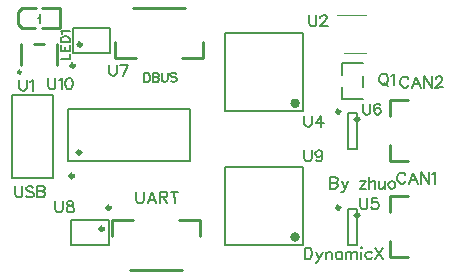
<source format=gto>
G04 Layer: TopSilkLayer*
G04 EasyEDA v6.4.20.6, 2021-08-10T23:17:12+08:00*
G04 038dca5a8d274e5a88e6f2799ec95489,d221c9f3c2774e99b69775551637dae4,10*
G04 Gerber Generator version 0.2*
G04 Scale: 100 percent, Rotated: No, Reflected: No *
G04 Dimensions in millimeters *
G04 leading zeros omitted , absolute positions ,4 integer and 5 decimal *
%FSLAX45Y45*%
%MOMM*%

%ADD10C,0.2540*%
%ADD11C,0.3000*%
%ADD12C,0.2000*%
%ADD41C,0.2030*%
%ADD42C,0.1524*%
%ADD43C,0.1200*%
%ADD44C,0.4000*%
%ADD45C,0.2032*%
%ADD46C,0.1270*%

%LPD*%
D45*
X2552700Y215137D02*
G01*
X2552700Y119634D01*
X2552700Y215137D02*
G01*
X2584450Y215137D01*
X2598165Y210565D01*
X2607309Y201676D01*
X2611881Y192531D01*
X2616454Y178815D01*
X2616454Y156210D01*
X2611881Y142494D01*
X2607309Y133350D01*
X2598165Y124205D01*
X2584450Y119634D01*
X2552700Y119634D01*
X2650997Y183387D02*
G01*
X2678175Y119634D01*
X2705354Y183387D02*
G01*
X2678175Y119634D01*
X2669031Y101600D01*
X2659888Y92455D01*
X2650997Y87884D01*
X2646425Y87884D01*
X2735325Y183387D02*
G01*
X2735325Y119634D01*
X2735325Y165100D02*
G01*
X2749041Y178815D01*
X2758186Y183387D01*
X2771902Y183387D01*
X2780791Y178815D01*
X2785363Y165100D01*
X2785363Y119634D01*
X2869945Y183387D02*
G01*
X2869945Y119634D01*
X2869945Y169671D02*
G01*
X2860802Y178815D01*
X2851911Y183387D01*
X2838195Y183387D01*
X2829052Y178815D01*
X2819908Y169671D01*
X2815336Y156210D01*
X2815336Y147065D01*
X2819908Y133350D01*
X2829052Y124205D01*
X2838195Y119634D01*
X2851911Y119634D01*
X2860802Y124205D01*
X2869945Y133350D01*
X2899918Y183387D02*
G01*
X2899918Y119634D01*
X2899918Y165100D02*
G01*
X2913634Y178815D01*
X2922777Y183387D01*
X2936240Y183387D01*
X2945384Y178815D01*
X2949956Y165100D01*
X2949956Y119634D01*
X2949956Y165100D02*
G01*
X2963672Y178815D01*
X2972815Y183387D01*
X2986277Y183387D01*
X2995422Y178815D01*
X2999993Y165100D01*
X2999993Y119634D01*
X3029965Y215137D02*
G01*
X3034538Y210565D01*
X3039109Y215137D01*
X3034538Y219710D01*
X3029965Y215137D01*
X3034538Y183387D02*
G01*
X3034538Y119634D01*
X3123691Y169671D02*
G01*
X3114547Y178815D01*
X3105404Y183387D01*
X3091688Y183387D01*
X3082797Y178815D01*
X3073654Y169671D01*
X3069081Y156210D01*
X3069081Y147065D01*
X3073654Y133350D01*
X3082797Y124205D01*
X3091688Y119634D01*
X3105404Y119634D01*
X3114547Y124205D01*
X3123691Y133350D01*
X3153663Y215137D02*
G01*
X3217163Y119634D01*
X3217163Y215137D02*
G01*
X3153663Y119634D01*
X2768600Y812037D02*
G01*
X2768600Y716534D01*
X2768600Y812037D02*
G01*
X2809493Y812037D01*
X2823209Y807465D01*
X2827781Y802894D01*
X2832354Y794004D01*
X2832354Y784860D01*
X2827781Y775715D01*
X2823209Y771144D01*
X2809493Y766571D01*
X2768600Y766571D02*
G01*
X2809493Y766571D01*
X2823209Y762000D01*
X2827781Y757681D01*
X2832354Y748537D01*
X2832354Y734821D01*
X2827781Y725678D01*
X2823209Y721105D01*
X2809493Y716534D01*
X2768600Y716534D01*
X2866897Y780287D02*
G01*
X2894075Y716534D01*
X2921254Y780287D02*
G01*
X2894075Y716534D01*
X2884931Y698500D01*
X2875788Y689355D01*
X2866897Y684784D01*
X2862325Y684784D01*
X3071368Y780287D02*
G01*
X3021329Y716534D01*
X3021329Y780287D02*
G01*
X3071368Y780287D01*
X3021329Y716534D02*
G01*
X3071368Y716534D01*
X3101340Y812037D02*
G01*
X3101340Y716534D01*
X3101340Y762000D02*
G01*
X3115056Y775715D01*
X3123945Y780287D01*
X3137661Y780287D01*
X3146806Y775715D01*
X3151377Y762000D01*
X3151377Y716534D01*
X3181350Y780287D02*
G01*
X3181350Y734821D01*
X3185922Y721105D01*
X3195065Y716534D01*
X3208527Y716534D01*
X3217672Y721105D01*
X3231388Y734821D01*
X3231388Y780287D02*
G01*
X3231388Y716534D01*
X3283965Y780287D02*
G01*
X3275075Y775715D01*
X3265931Y766571D01*
X3261359Y753110D01*
X3261359Y743965D01*
X3265931Y730250D01*
X3275075Y721105D01*
X3283965Y716534D01*
X3297681Y716534D01*
X3306825Y721105D01*
X3315970Y730250D01*
X3320541Y743965D01*
X3320541Y753110D01*
X3315970Y766571D01*
X3306825Y775715D01*
X3297681Y780287D01*
X3283965Y780287D01*
D46*
X3407072Y828474D02*
G01*
X3402627Y837557D01*
X3393361Y846317D01*
X3384153Y850762D01*
X3365868Y850508D01*
X3357041Y845812D01*
X3348022Y836795D01*
X3343579Y827587D01*
X3339198Y813810D01*
X3339515Y791204D01*
X3344278Y777554D01*
X3348977Y768477D01*
X3358248Y759460D01*
X3367201Y755012D01*
X3385487Y755269D01*
X3394565Y759968D01*
X3403582Y769238D01*
X3407770Y778441D01*
X3473300Y852007D02*
G01*
X3438314Y756005D01*
X3473300Y852007D02*
G01*
X3510950Y757019D01*
X3451326Y788195D02*
G01*
X3496790Y788830D01*
X3539586Y852934D02*
G01*
X3540920Y757438D01*
X3539586Y852934D02*
G01*
X3604668Y758329D01*
X3603335Y853823D02*
G01*
X3604668Y758329D01*
X3633556Y836208D02*
G01*
X3642380Y840905D01*
X3655908Y854557D01*
X3657241Y759063D01*
X3432472Y1641274D02*
G01*
X3428027Y1650357D01*
X3418761Y1659117D01*
X3409553Y1663562D01*
X3391268Y1663308D01*
X3382441Y1658612D01*
X3373422Y1649595D01*
X3368979Y1640387D01*
X3364598Y1626610D01*
X3364915Y1604004D01*
X3369678Y1590354D01*
X3374377Y1581277D01*
X3383648Y1572260D01*
X3392601Y1567812D01*
X3410887Y1568069D01*
X3419965Y1572768D01*
X3428982Y1582038D01*
X3433170Y1591241D01*
X3498700Y1664807D02*
G01*
X3463714Y1568805D01*
X3498700Y1664807D02*
G01*
X3536350Y1569819D01*
X3476726Y1600995D02*
G01*
X3522190Y1601630D01*
X3564986Y1665734D02*
G01*
X3566320Y1570238D01*
X3564986Y1665734D02*
G01*
X3630068Y1571129D01*
X3628735Y1666623D02*
G01*
X3630068Y1571129D01*
X3663589Y1644502D02*
G01*
X3663525Y1649074D01*
X3667719Y1658023D01*
X3672227Y1662658D01*
X3681308Y1667357D01*
X3699593Y1667614D01*
X3708547Y1663166D01*
X3713182Y1658658D01*
X3717876Y1649831D01*
X3718006Y1640690D01*
X3713561Y1631482D01*
X3704864Y1617644D01*
X3660035Y1571546D01*
X3723530Y1572432D01*
X490735Y1814972D02*
G01*
X567181Y1816039D01*
X567181Y1816039D02*
G01*
X566572Y1859724D01*
X489793Y1882528D02*
G01*
X566239Y1883597D01*
X489793Y1882528D02*
G01*
X489132Y1929770D01*
X526110Y1883036D02*
G01*
X525703Y1912244D01*
X566239Y1883597D02*
G01*
X565579Y1930836D01*
X488795Y1953897D02*
G01*
X565241Y1954964D01*
X488795Y1953897D02*
G01*
X488442Y1979295D01*
X491845Y1990265D01*
X499107Y1997732D01*
X506422Y2001390D01*
X517293Y2005098D01*
X535325Y2005350D01*
X546295Y2001949D01*
X553712Y1998494D01*
X561179Y1991232D01*
X564888Y1980361D01*
X565241Y1954964D01*
X502226Y2029020D02*
G01*
X498571Y2036084D01*
X487497Y2046851D01*
X563943Y2047918D01*
X443092Y608827D02*
G01*
X444042Y540763D01*
X448805Y527110D01*
X458076Y518096D01*
X471601Y513712D01*
X480743Y513839D01*
X494395Y518604D01*
X503410Y527875D01*
X507789Y541652D01*
X506839Y609719D01*
X559412Y610453D02*
G01*
X545762Y605688D01*
X541568Y596739D01*
X541695Y587595D01*
X546140Y578512D01*
X555348Y574070D01*
X573699Y569755D01*
X587222Y565370D01*
X596491Y556607D01*
X601190Y547530D01*
X601380Y533814D01*
X596938Y524609D01*
X592429Y519973D01*
X579033Y515213D01*
X560745Y514957D01*
X546968Y519338D01*
X542587Y523849D01*
X537888Y532927D01*
X537695Y546643D01*
X542140Y555851D01*
X550905Y564862D01*
X564555Y569625D01*
X582777Y574454D01*
X591604Y579147D01*
X596046Y588355D01*
X595919Y597499D01*
X591223Y606323D01*
X577700Y610707D01*
X559412Y610453D01*
X100192Y735827D02*
G01*
X101142Y667763D01*
X105905Y654110D01*
X115176Y645096D01*
X128701Y640712D01*
X137843Y640839D01*
X151495Y645604D01*
X160510Y654875D01*
X164889Y668652D01*
X163939Y736719D01*
X257591Y724562D02*
G01*
X248323Y733323D01*
X234800Y737707D01*
X216512Y737453D01*
X202862Y732688D01*
X194096Y723676D01*
X194223Y714532D01*
X198922Y705454D01*
X203304Y700943D01*
X212511Y696498D01*
X240068Y687738D01*
X249019Y683544D01*
X253654Y679038D01*
X258353Y669958D01*
X258544Y656244D01*
X249529Y646973D01*
X236133Y642213D01*
X217845Y641957D01*
X204068Y646338D01*
X195051Y655355D01*
X287373Y738441D02*
G01*
X288704Y642947D01*
X287373Y738441D02*
G01*
X328261Y739012D01*
X342041Y734634D01*
X346676Y730125D01*
X351370Y721299D01*
X351497Y712157D01*
X347055Y702950D01*
X342546Y698314D01*
X328896Y693552D01*
X288005Y692980D02*
G01*
X328896Y693552D01*
X342673Y689170D01*
X347306Y684918D01*
X352005Y675838D01*
X352198Y662124D01*
X347753Y652917D01*
X343245Y648281D01*
X329595Y643519D01*
X288704Y642947D01*
X2589392Y2183627D02*
G01*
X2590342Y2115563D01*
X2595105Y2101910D01*
X2604376Y2092896D01*
X2617901Y2088512D01*
X2627043Y2088639D01*
X2640695Y2093404D01*
X2649710Y2102675D01*
X2654089Y2116452D01*
X2653139Y2184519D01*
X2687995Y2162395D02*
G01*
X2687932Y2166967D01*
X2692125Y2175918D01*
X2696634Y2180554D01*
X2705712Y2185253D01*
X2724000Y2185507D01*
X2732951Y2181059D01*
X2737586Y2176551D01*
X2742283Y2167727D01*
X2742410Y2158583D01*
X2737967Y2149378D01*
X2729268Y2135538D01*
X2684442Y2089442D01*
X2747937Y2090328D01*
X900292Y1764527D02*
G01*
X901242Y1696463D01*
X906005Y1682810D01*
X915276Y1673796D01*
X928801Y1669412D01*
X937943Y1669539D01*
X951595Y1674304D01*
X960610Y1683575D01*
X964989Y1697352D01*
X964039Y1765419D01*
X1057503Y1766722D02*
G01*
X1013373Y1670593D01*
X994008Y1765835D02*
G01*
X1057503Y1766722D01*
X1128892Y685027D02*
G01*
X1129842Y616963D01*
X1134605Y603310D01*
X1143876Y594296D01*
X1157401Y589912D01*
X1166543Y590039D01*
X1180195Y594804D01*
X1189210Y604075D01*
X1193589Y617852D01*
X1192639Y685919D01*
X1258928Y686843D02*
G01*
X1223942Y590842D01*
X1258928Y686843D02*
G01*
X1296578Y591855D01*
X1236957Y623031D02*
G01*
X1282418Y623666D01*
X1325214Y687768D02*
G01*
X1326548Y592274D01*
X1325214Y687768D02*
G01*
X1366105Y688339D01*
X1379882Y683961D01*
X1384518Y679452D01*
X1389214Y670628D01*
X1389341Y661484D01*
X1384899Y652277D01*
X1380390Y647641D01*
X1366740Y642879D01*
X1325849Y642307D01*
X1357596Y642752D02*
G01*
X1390296Y593166D01*
X1450677Y689521D02*
G01*
X1452011Y594027D01*
X1418932Y689079D02*
G01*
X1482425Y689965D01*
X379592Y1650227D02*
G01*
X380542Y1582163D01*
X385305Y1568510D01*
X394576Y1559496D01*
X408101Y1555112D01*
X417243Y1555239D01*
X430895Y1560004D01*
X439910Y1569275D01*
X444289Y1583052D01*
X443339Y1651119D01*
X473560Y1633504D02*
G01*
X482386Y1638200D01*
X495912Y1651853D01*
X497245Y1556357D01*
X553311Y1652653D02*
G01*
X539661Y1647891D01*
X530705Y1634302D01*
X526453Y1611381D01*
X526641Y1597919D01*
X531530Y1575125D01*
X540865Y1561538D01*
X554644Y1557159D01*
X563534Y1557284D01*
X577184Y1562046D01*
X586135Y1575889D01*
X590387Y1598810D01*
X590199Y1612270D01*
X585309Y1635064D01*
X575978Y1648399D01*
X562201Y1652778D01*
X553311Y1652653D01*
X2551292Y1040627D02*
G01*
X2552242Y972563D01*
X2557005Y958910D01*
X2566276Y949896D01*
X2579801Y945512D01*
X2588943Y945639D01*
X2602595Y950404D01*
X2611610Y959675D01*
X2615989Y973452D01*
X2615039Y1041519D01*
X2704373Y1011011D02*
G01*
X2699994Y997234D01*
X2691229Y988220D01*
X2677579Y983457D01*
X2673007Y983394D01*
X2659227Y987772D01*
X2650215Y996538D01*
X2645453Y1010191D01*
X2645387Y1014760D01*
X2649768Y1028539D01*
X2658534Y1037554D01*
X2672184Y1042316D01*
X2676756Y1042380D01*
X2690533Y1037998D01*
X2699547Y1029235D01*
X2704373Y1011011D01*
X2704691Y988407D01*
X2700436Y965487D01*
X2691739Y951649D01*
X2678089Y946886D01*
X2668945Y946757D01*
X2655168Y951138D01*
X2650723Y960221D01*
X3046592Y1434327D02*
G01*
X3047542Y1366263D01*
X3052305Y1352610D01*
X3061576Y1343596D01*
X3075101Y1339212D01*
X3084243Y1339339D01*
X3097895Y1344104D01*
X3106910Y1353375D01*
X3111289Y1367152D01*
X3110339Y1435219D01*
X3194847Y1422935D02*
G01*
X3190151Y1431759D01*
X3176628Y1436143D01*
X3167484Y1436016D01*
X3153834Y1431254D01*
X3145132Y1417667D01*
X3140880Y1394747D01*
X3141195Y1372143D01*
X3146023Y1353921D01*
X3155038Y1344902D01*
X3168817Y1340520D01*
X3173389Y1340586D01*
X3187039Y1345349D01*
X3195802Y1354615D01*
X3200181Y1368394D01*
X3200118Y1372966D01*
X3195358Y1386362D01*
X3186341Y1395382D01*
X3172564Y1399760D01*
X3167992Y1399697D01*
X3154339Y1394934D01*
X3145579Y1385666D01*
X3141195Y1372143D01*
X3021192Y634227D02*
G01*
X3022142Y566163D01*
X3026905Y552510D01*
X3036176Y543496D01*
X3049701Y539112D01*
X3058843Y539239D01*
X3072495Y544004D01*
X3081510Y553275D01*
X3085889Y567052D01*
X3084939Y635119D01*
X3169259Y636295D02*
G01*
X3123798Y635660D01*
X3120052Y594710D01*
X3124304Y599343D01*
X3137956Y604105D01*
X3151670Y604296D01*
X3165195Y599912D01*
X3174466Y590897D01*
X3179226Y577502D01*
X3179353Y568358D01*
X3174972Y554578D01*
X3165957Y545307D01*
X3152561Y540550D01*
X3138845Y540357D01*
X3125068Y544738D01*
X3120687Y549249D01*
X3115988Y558327D01*
X2551292Y1332727D02*
G01*
X2552242Y1264663D01*
X2557005Y1251010D01*
X2566276Y1241996D01*
X2579801Y1237612D01*
X2588943Y1237739D01*
X2602595Y1242504D01*
X2611610Y1251775D01*
X2615989Y1265552D01*
X2615039Y1333619D01*
X2690469Y1334670D02*
G01*
X2645895Y1270543D01*
X2713962Y1271493D01*
X2690469Y1334670D02*
G01*
X2691803Y1239177D01*
X138292Y1637527D02*
G01*
X139242Y1569463D01*
X144005Y1555810D01*
X153276Y1546796D01*
X166801Y1542412D01*
X175943Y1542539D01*
X189595Y1547304D01*
X198610Y1556575D01*
X202989Y1570352D01*
X202039Y1638419D01*
X232260Y1620804D02*
G01*
X241086Y1625500D01*
X254612Y1639153D01*
X255945Y1543657D01*
X3213468Y1688708D02*
G01*
X3204641Y1684012D01*
X3195622Y1674995D01*
X3191179Y1665787D01*
X3186798Y1652010D01*
X3187115Y1629404D01*
X3191878Y1615754D01*
X3196577Y1606677D01*
X3205848Y1597660D01*
X3214801Y1593212D01*
X3233087Y1593469D01*
X3242165Y1598168D01*
X3251182Y1607438D01*
X3255370Y1616641D01*
X3259752Y1630420D01*
X3259437Y1653024D01*
X3254672Y1666674D01*
X3250227Y1675757D01*
X3240961Y1684517D01*
X3231753Y1688962D01*
X3213468Y1688708D01*
X3228261Y1611690D02*
G01*
X3255815Y1584893D01*
X3289150Y1671728D02*
G01*
X3298228Y1676427D01*
X3311756Y1690080D01*
X3313089Y1594586D01*
X1192672Y1693664D02*
G01*
X1193739Y1617218D01*
X1192672Y1693664D02*
G01*
X1218069Y1694019D01*
X1229039Y1690616D01*
X1236507Y1683351D01*
X1240167Y1676036D01*
X1243876Y1665165D01*
X1244127Y1647134D01*
X1240723Y1636163D01*
X1237272Y1628749D01*
X1230007Y1621279D01*
X1219136Y1617571D01*
X1193739Y1617218D01*
X1267594Y1694710D02*
G01*
X1268661Y1618264D01*
X1267594Y1694710D02*
G01*
X1300358Y1695168D01*
X1311328Y1691764D01*
X1314937Y1688005D01*
X1318592Y1680944D01*
X1318694Y1673578D01*
X1315242Y1666163D01*
X1311737Y1662556D01*
X1300866Y1658848D01*
X1268102Y1658391D02*
G01*
X1300866Y1658848D01*
X1311838Y1655190D01*
X1315443Y1651685D01*
X1319103Y1644370D01*
X1319255Y1633448D01*
X1315798Y1626288D01*
X1312296Y1622430D01*
X1301424Y1618721D01*
X1268661Y1618264D01*
X1342516Y1695757D02*
G01*
X1343279Y1641152D01*
X1346987Y1630281D01*
X1354457Y1623019D01*
X1365427Y1619615D01*
X1372537Y1619714D01*
X1383408Y1623423D01*
X1390672Y1630890D01*
X1394073Y1641861D01*
X1393311Y1696465D01*
X1468386Y1686590D02*
G01*
X1461173Y1693857D01*
X1450202Y1697261D01*
X1435473Y1697055D01*
X1424602Y1693346D01*
X1417591Y1685881D01*
X1417695Y1678515D01*
X1421350Y1671454D01*
X1424960Y1667695D01*
X1432374Y1664241D01*
X1454320Y1657182D01*
X1461734Y1653727D01*
X1465338Y1650222D01*
X1468998Y1642907D01*
X1469151Y1631985D01*
X1462140Y1624523D01*
X1451269Y1620814D01*
X1436540Y1620608D01*
X1425569Y1624009D01*
X1418356Y1631276D01*
D10*
X3276602Y268503D02*
G01*
X3276584Y137713D01*
X3429002Y649709D02*
G01*
X3276602Y649706D01*
X3429002Y137688D02*
G01*
X3276602Y137688D01*
X3276602Y649706D02*
G01*
X3276602Y518906D01*
X3276602Y1081303D02*
G01*
X3276584Y950513D01*
X3429002Y1462509D02*
G01*
X3276602Y1462506D01*
X3429002Y950488D02*
G01*
X3276602Y950488D01*
X3276602Y1462506D02*
G01*
X3276602Y1331706D01*
X481329Y2072639D02*
G01*
X481329Y2245360D01*
X481329Y2245360D02*
G01*
X334010Y2245360D01*
X481329Y2072639D02*
G01*
X334010Y2072639D01*
X275589Y2245360D02*
G01*
X158750Y2245360D01*
X273050Y2072639D02*
G01*
X158750Y2072639D01*
X158750Y2072639D02*
G01*
X123189Y2108200D01*
X123189Y2209800D01*
X158750Y2245360D01*
D41*
X312420Y2118360D02*
G01*
X312420Y2197100D01*
X312420Y2158204D02*
G01*
X294883Y2158204D01*
D42*
X894219Y450039D02*
G01*
X894219Y235760D01*
X578980Y235760D01*
X578980Y450039D01*
X894219Y450039D01*
D12*
X419100Y806800D02*
G01*
X419100Y1504599D01*
X76200Y1504599D01*
X76200Y806800D01*
X419100Y806800D01*
D43*
X2890199Y1864901D02*
G01*
X3070199Y1864901D01*
X3070199Y2186899D02*
G01*
X2825201Y2186899D01*
D42*
X591680Y1861360D02*
G01*
X591680Y2075639D01*
X906919Y2075639D01*
X906919Y1861360D01*
X591680Y1861360D01*
D10*
X1487677Y450850D02*
G01*
X1663700Y450850D01*
X1663796Y317947D01*
X926797Y317947D02*
G01*
X926845Y450850D01*
X1102868Y450850D01*
X1074795Y27947D02*
G01*
X1515780Y27967D01*
D42*
X548680Y946510D02*
G01*
X548680Y1390289D01*
X1584919Y1390289D01*
X1584919Y946510D01*
X548680Y946510D01*
D12*
X1875790Y281939D02*
G01*
X1875790Y901700D01*
X2541270Y901700D01*
X2541270Y238760D01*
X1875790Y238760D01*
X1875790Y314960D01*
D42*
X2921952Y1359118D02*
G01*
X2996242Y1359118D01*
X2996242Y1053879D01*
X2921952Y1053879D01*
X2921952Y1359118D01*
X2921952Y546318D02*
G01*
X2996242Y546318D01*
X2996242Y241079D01*
X2921952Y241079D01*
X2921952Y546318D01*
D12*
X1875790Y1412239D02*
G01*
X1875790Y2032000D01*
X2541270Y2032000D01*
X2541270Y1369060D01*
X1875790Y1369060D01*
X1875790Y1445260D01*
D10*
X149793Y1944204D02*
G01*
X149793Y1764202D01*
X264792Y1944204D02*
G01*
X344794Y1944204D01*
X459795Y1944204D02*
G01*
X459795Y1764202D01*
D42*
X3046707Y1779219D02*
G01*
X2871467Y1779219D01*
X2871467Y1675058D01*
X3046707Y1471980D02*
G01*
X2871467Y1471980D01*
X2871467Y1576141D01*
X3046707Y1671139D02*
G01*
X3046707Y1580060D01*
D10*
X1128318Y1822322D02*
G01*
X952296Y1822322D01*
X952200Y1955225D01*
X1689199Y1955225D02*
G01*
X1689150Y1822322D01*
X1513128Y1822322D01*
X1541200Y2245225D02*
G01*
X1100216Y2245205D01*
D44*
G75*
G01*
X2452370Y307340D02*
G03*
X2452370Y307594I20000J127D01*
G75*
G01*
X2452370Y1437640D02*
G03*
X2452370Y1437894I20000J127D01*
D11*
G75*
G01
X851611Y374802D02*
G03X851611Y374802I-15011J0D01*
G75*
G01
X910844Y553898D02*
G03X910844Y553898I-15011J0D01*
G75*
G01
X664312Y1936598D02*
G03X664312Y1936598I-15011J0D01*
G75*
G01
X605079Y1757502D02*
G03X605079Y1757502I-15011J0D01*
G75*
G01
X659308Y1021740D02*
G03X659308Y1021740I-15011J0D01*
G75*
G01
X595884Y822884D02*
G03X595884Y822884I-15011J0D01*
G75*
G01
X2853030Y1367485D02*
G03X2853030Y1367485I-15011J0D01*
G75*
G01
X3012237Y1304061D02*
G03X3012237Y1304061I-15011J0D01*
G75*
G01
X2853030Y554685D02*
G03X2853030Y554685I-15011J0D01*
G75*
G01
X3012237Y491261D02*
G03X3012237Y491261I-15011J0D01*
D10*
G75*
G01
X152400Y1701825D02*
G03X152400Y1701825I-12700J0D01*
M02*

</source>
